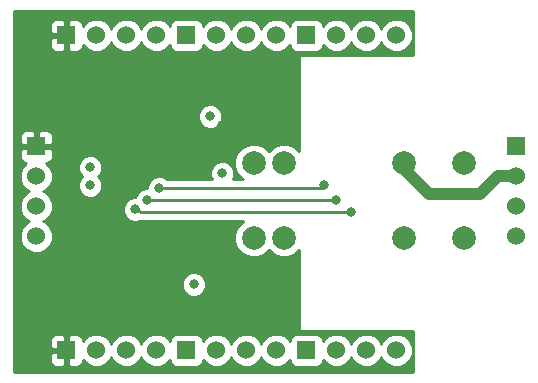
<source format=gbr>
G04 #@! TF.FileFunction,Copper,L2,Inr,Plane*
%FSLAX46Y46*%
G04 Gerber Fmt 4.6, Leading zero omitted, Abs format (unit mm)*
G04 Created by KiCad (PCBNEW (2015-01-16 BZR 5376)-product) date 25/06/2015 00:13:43*
%MOMM*%
G01*
G04 APERTURE LIST*
%ADD10C,0.150000*%
%ADD11R,1.524000X1.524000*%
%ADD12C,1.524000*%
%ADD13C,1.998980*%
%ADD14C,0.800100*%
%ADD15C,0.254000*%
%ADD16C,1.000760*%
G04 APERTURE END LIST*
D10*
D11*
X127000000Y-55118000D03*
D12*
X127000000Y-57658000D03*
X127000000Y-60198000D03*
X127000000Y-62738000D03*
D11*
X109220000Y-45720000D03*
D12*
X111760000Y-45720000D03*
X114300000Y-45720000D03*
X116840000Y-45720000D03*
D11*
X99060000Y-45720000D03*
D12*
X101600000Y-45720000D03*
X104140000Y-45720000D03*
X106680000Y-45720000D03*
D11*
X88900000Y-45720000D03*
D12*
X91440000Y-45720000D03*
X93980000Y-45720000D03*
X96520000Y-45720000D03*
D11*
X109220000Y-72390000D03*
D12*
X111760000Y-72390000D03*
X114300000Y-72390000D03*
X116840000Y-72390000D03*
D11*
X99060000Y-72390000D03*
D12*
X101600000Y-72390000D03*
X104140000Y-72390000D03*
X106680000Y-72390000D03*
D11*
X88900000Y-72390000D03*
D12*
X91440000Y-72390000D03*
X93980000Y-72390000D03*
X96520000Y-72390000D03*
D11*
X86360000Y-55118000D03*
D12*
X86360000Y-57658000D03*
X86360000Y-60198000D03*
X86360000Y-62738000D03*
D13*
X104775000Y-56515000D03*
X107315000Y-56515000D03*
X117475000Y-56515000D03*
X122555000Y-56515000D03*
X104775000Y-62865000D03*
X107315000Y-62865000D03*
X117475000Y-62865000D03*
X122555000Y-62865000D03*
D14*
X94742000Y-60452000D03*
X113030000Y-60706000D03*
X90932000Y-58420000D03*
X90932000Y-56896000D03*
X101092000Y-52578000D03*
X102108000Y-57404000D03*
X110744000Y-58420000D03*
X96774000Y-58674000D03*
X111760000Y-59690000D03*
X95758000Y-59690000D03*
X99695000Y-66802000D03*
X92075000Y-48260000D03*
X90551000Y-48260000D03*
X102108000Y-53340000D03*
X102108000Y-66040000D03*
X89535000Y-52959000D03*
D15*
X113030000Y-60706000D02*
X95250000Y-60706000D01*
X95250000Y-60706000D02*
X94742000Y-60452000D01*
X94742000Y-60452000D02*
X95250000Y-60706000D01*
D16*
X119634000Y-59182000D02*
X123952000Y-59182000D01*
X123952000Y-59182000D02*
X125476000Y-57658000D01*
X125476000Y-57658000D02*
X127000000Y-57658000D01*
X117475000Y-57023000D02*
X119634000Y-59182000D01*
X117475000Y-56515000D02*
X117475000Y-57023000D01*
D15*
X110744000Y-58420000D02*
X110490000Y-58674000D01*
X110490000Y-58674000D02*
X96774000Y-58674000D01*
X111760000Y-59690000D02*
X111252000Y-59690000D01*
X95758000Y-59690000D02*
X111252000Y-59690000D01*
X111252000Y-59690000D02*
X111506000Y-59690000D01*
G36*
X118237000Y-74246740D02*
X118234460Y-74246740D01*
X118234460Y-72666860D01*
X118234460Y-72113140D01*
X118021100Y-71600060D01*
X117629940Y-71208900D01*
X117116860Y-70995540D01*
X116563140Y-70995540D01*
X116050060Y-71208900D01*
X115658900Y-71600060D01*
X115570000Y-71813420D01*
X115481100Y-71600060D01*
X115089940Y-71208900D01*
X114576860Y-70995540D01*
X114023140Y-70995540D01*
X113510060Y-71208900D01*
X113118900Y-71600060D01*
X113030000Y-71813420D01*
X112941100Y-71600060D01*
X112549940Y-71208900D01*
X112036860Y-70995540D01*
X111483140Y-70995540D01*
X110970060Y-71208900D01*
X110614460Y-71564500D01*
X110614460Y-71503540D01*
X110517940Y-71269860D01*
X110340140Y-71092060D01*
X110109000Y-70995540D01*
X109857540Y-70995540D01*
X108333540Y-70995540D01*
X108099860Y-71092060D01*
X107922060Y-71269860D01*
X107825540Y-71501000D01*
X107825540Y-71564500D01*
X107469940Y-71208900D01*
X106956860Y-70995540D01*
X106403140Y-70995540D01*
X105890060Y-71208900D01*
X105498900Y-71600060D01*
X105410000Y-71813420D01*
X105321100Y-71600060D01*
X104929940Y-71208900D01*
X104416860Y-70995540D01*
X103863140Y-70995540D01*
X103350060Y-71208900D01*
X102958900Y-71600060D01*
X102870000Y-71813420D01*
X102781100Y-71600060D01*
X102389940Y-71208900D01*
X101876860Y-70995540D01*
X101323140Y-70995540D01*
X100810060Y-71208900D01*
X100726240Y-71292720D01*
X100726240Y-67007740D01*
X100726240Y-66598800D01*
X100568760Y-66220340D01*
X100281740Y-65928240D01*
X99900740Y-65770760D01*
X99491800Y-65770760D01*
X99113340Y-65928240D01*
X98821240Y-66215260D01*
X98663760Y-66596260D01*
X98663760Y-67005200D01*
X98821240Y-67383660D01*
X99108260Y-67675760D01*
X99489260Y-67833240D01*
X99898200Y-67833240D01*
X100276660Y-67675760D01*
X100568760Y-67388740D01*
X100726240Y-67007740D01*
X100726240Y-71292720D01*
X100454460Y-71564500D01*
X100454460Y-71503540D01*
X100357940Y-71269860D01*
X100180140Y-71092060D01*
X99949000Y-70995540D01*
X99697540Y-70995540D01*
X98173540Y-70995540D01*
X97939860Y-71092060D01*
X97762060Y-71269860D01*
X97665540Y-71501000D01*
X97665540Y-71564500D01*
X97309940Y-71208900D01*
X96796860Y-70995540D01*
X96243140Y-70995540D01*
X95730060Y-71208900D01*
X95338900Y-71600060D01*
X95250000Y-71813420D01*
X95161100Y-71600060D01*
X94769940Y-71208900D01*
X94256860Y-70995540D01*
X93703140Y-70995540D01*
X93190060Y-71208900D01*
X92798900Y-71600060D01*
X92710000Y-71813420D01*
X92621100Y-71600060D01*
X92229940Y-71208900D01*
X91963240Y-71097140D01*
X91963240Y-58625740D01*
X91963240Y-58216800D01*
X91805760Y-57838340D01*
X91627960Y-57655460D01*
X91805760Y-57482740D01*
X91963240Y-57101740D01*
X91963240Y-56692800D01*
X91805760Y-56314340D01*
X91518740Y-56022240D01*
X91137740Y-55864760D01*
X90728800Y-55864760D01*
X90350340Y-56022240D01*
X90058240Y-56309260D01*
X89900760Y-56690260D01*
X89900760Y-57099200D01*
X90058240Y-57477660D01*
X90233500Y-57658000D01*
X90058240Y-57833260D01*
X89900760Y-58214260D01*
X89900760Y-58623200D01*
X90058240Y-59001660D01*
X90345260Y-59293760D01*
X90726260Y-59451240D01*
X91135200Y-59451240D01*
X91513660Y-59293760D01*
X91805760Y-59006740D01*
X91963240Y-58625740D01*
X91963240Y-71097140D01*
X91716860Y-70995540D01*
X91163140Y-70995540D01*
X90650060Y-71208900D01*
X90294460Y-71564500D01*
X90294460Y-71501000D01*
X90197940Y-71269860D01*
X90020140Y-71092060D01*
X89786460Y-70995540D01*
X89184480Y-70993000D01*
X89027000Y-71150480D01*
X89027000Y-72136000D01*
X89027000Y-72263000D01*
X89027000Y-72517000D01*
X89027000Y-72644000D01*
X89027000Y-73629520D01*
X89184480Y-73787000D01*
X89786460Y-73784460D01*
X90020140Y-73687940D01*
X90197940Y-73510140D01*
X90294460Y-73279000D01*
X90294460Y-73215500D01*
X90650060Y-73571100D01*
X91163140Y-73784460D01*
X91716860Y-73784460D01*
X92229940Y-73571100D01*
X92621100Y-73179940D01*
X92710000Y-72964040D01*
X92798900Y-73179940D01*
X93190060Y-73571100D01*
X93703140Y-73784460D01*
X94256860Y-73784460D01*
X94769940Y-73571100D01*
X95161100Y-73179940D01*
X95250000Y-72964040D01*
X95338900Y-73179940D01*
X95730060Y-73571100D01*
X96243140Y-73784460D01*
X96796860Y-73784460D01*
X97309940Y-73571100D01*
X97665540Y-73215500D01*
X97665540Y-73276460D01*
X97762060Y-73510140D01*
X97939860Y-73687940D01*
X98171000Y-73784460D01*
X98422460Y-73784460D01*
X99946460Y-73784460D01*
X100180140Y-73687940D01*
X100357940Y-73510140D01*
X100454460Y-73279000D01*
X100454460Y-73215500D01*
X100810060Y-73571100D01*
X101323140Y-73784460D01*
X101876860Y-73784460D01*
X102389940Y-73571100D01*
X102781100Y-73179940D01*
X102870000Y-72964040D01*
X102958900Y-73179940D01*
X103350060Y-73571100D01*
X103863140Y-73784460D01*
X104416860Y-73784460D01*
X104929940Y-73571100D01*
X105321100Y-73179940D01*
X105410000Y-72964040D01*
X105498900Y-73179940D01*
X105890060Y-73571100D01*
X106403140Y-73784460D01*
X106956860Y-73784460D01*
X107469940Y-73571100D01*
X107825540Y-73215500D01*
X107825540Y-73276460D01*
X107922060Y-73510140D01*
X108099860Y-73687940D01*
X108331000Y-73784460D01*
X108582460Y-73784460D01*
X110106460Y-73784460D01*
X110340140Y-73687940D01*
X110517940Y-73510140D01*
X110614460Y-73279000D01*
X110614460Y-73215500D01*
X110970060Y-73571100D01*
X111483140Y-73784460D01*
X112036860Y-73784460D01*
X112549940Y-73571100D01*
X112941100Y-73179940D01*
X113030000Y-72964040D01*
X113118900Y-73179940D01*
X113510060Y-73571100D01*
X114023140Y-73784460D01*
X114576860Y-73784460D01*
X115089940Y-73571100D01*
X115481100Y-73179940D01*
X115570000Y-72964040D01*
X115658900Y-73179940D01*
X116050060Y-73571100D01*
X116563140Y-73784460D01*
X117116860Y-73784460D01*
X117629940Y-73571100D01*
X118021100Y-73179940D01*
X118234460Y-72666860D01*
X118234460Y-74246740D01*
X88773000Y-74246740D01*
X88773000Y-73629520D01*
X88773000Y-72517000D01*
X88773000Y-72263000D01*
X88773000Y-71150480D01*
X88773000Y-46959520D01*
X88773000Y-45847000D01*
X88773000Y-45593000D01*
X88773000Y-44480480D01*
X88615520Y-44323000D01*
X88013540Y-44325540D01*
X87779860Y-44422060D01*
X87602060Y-44599860D01*
X87505540Y-44831000D01*
X87505540Y-45082460D01*
X87503000Y-45435520D01*
X87660480Y-45593000D01*
X88773000Y-45593000D01*
X88773000Y-45847000D01*
X87660480Y-45847000D01*
X87503000Y-46004480D01*
X87505540Y-46357540D01*
X87505540Y-46609000D01*
X87602060Y-46840140D01*
X87779860Y-47017940D01*
X88013540Y-47114460D01*
X88615520Y-47117000D01*
X88773000Y-46959520D01*
X88773000Y-71150480D01*
X88615520Y-70993000D01*
X88013540Y-70995540D01*
X87779860Y-71092060D01*
X87757000Y-71114920D01*
X87757000Y-55402480D01*
X87757000Y-54833520D01*
X87754460Y-54231540D01*
X87657940Y-53997860D01*
X87480140Y-53820060D01*
X87249000Y-53723540D01*
X86997540Y-53723540D01*
X86644480Y-53721000D01*
X86487000Y-53878480D01*
X86487000Y-54991000D01*
X87599520Y-54991000D01*
X87757000Y-54833520D01*
X87757000Y-55402480D01*
X87599520Y-55245000D01*
X86614000Y-55245000D01*
X86487000Y-55245000D01*
X86233000Y-55245000D01*
X86233000Y-54991000D01*
X86233000Y-53878480D01*
X86075520Y-53721000D01*
X85722460Y-53723540D01*
X85471000Y-53723540D01*
X85239860Y-53820060D01*
X85062060Y-53997860D01*
X84965540Y-54231540D01*
X84963000Y-54833520D01*
X85120480Y-54991000D01*
X86233000Y-54991000D01*
X86233000Y-55245000D01*
X86106000Y-55245000D01*
X85120480Y-55245000D01*
X84963000Y-55402480D01*
X84965540Y-56004460D01*
X85062060Y-56238140D01*
X85239860Y-56415940D01*
X85471000Y-56512460D01*
X85534500Y-56512460D01*
X85178900Y-56868060D01*
X84965540Y-57381140D01*
X84965540Y-57934860D01*
X85178900Y-58447940D01*
X85570060Y-58839100D01*
X85783420Y-58928000D01*
X85570060Y-59016900D01*
X85178900Y-59408060D01*
X84965540Y-59921140D01*
X84965540Y-60474860D01*
X85178900Y-60987940D01*
X85570060Y-61379100D01*
X85783420Y-61468000D01*
X85570060Y-61556900D01*
X85178900Y-61948060D01*
X84965540Y-62461140D01*
X84965540Y-63014860D01*
X85178900Y-63527940D01*
X85570060Y-63919100D01*
X86083140Y-64132460D01*
X86636860Y-64132460D01*
X87149940Y-63919100D01*
X87541100Y-63527940D01*
X87754460Y-63014860D01*
X87754460Y-62461140D01*
X87541100Y-61948060D01*
X87149940Y-61556900D01*
X86934040Y-61468000D01*
X87149940Y-61379100D01*
X87541100Y-60987940D01*
X87754460Y-60474860D01*
X87754460Y-59921140D01*
X87541100Y-59408060D01*
X87149940Y-59016900D01*
X86934040Y-58928000D01*
X87149940Y-58839100D01*
X87541100Y-58447940D01*
X87754460Y-57934860D01*
X87754460Y-57381140D01*
X87541100Y-56868060D01*
X87185500Y-56512460D01*
X87249000Y-56512460D01*
X87480140Y-56415940D01*
X87657940Y-56238140D01*
X87754460Y-56004460D01*
X87757000Y-55402480D01*
X87757000Y-71114920D01*
X87602060Y-71269860D01*
X87505540Y-71501000D01*
X87505540Y-71752460D01*
X87503000Y-72105520D01*
X87660480Y-72263000D01*
X88773000Y-72263000D01*
X88773000Y-72517000D01*
X87660480Y-72517000D01*
X87503000Y-72674480D01*
X87505540Y-73027540D01*
X87505540Y-73279000D01*
X87602060Y-73510140D01*
X87779860Y-73687940D01*
X88013540Y-73784460D01*
X88615520Y-73787000D01*
X88773000Y-73629520D01*
X88773000Y-74246740D01*
X84503260Y-74246740D01*
X84503260Y-43609260D01*
X90932000Y-43609260D01*
X118237000Y-43609260D01*
X118237000Y-47371000D01*
X118234460Y-47371000D01*
X118234460Y-45996860D01*
X118234460Y-45443140D01*
X118021100Y-44930060D01*
X117629940Y-44538900D01*
X117116860Y-44325540D01*
X116563140Y-44325540D01*
X116050060Y-44538900D01*
X115658900Y-44930060D01*
X115570000Y-45143420D01*
X115481100Y-44930060D01*
X115089940Y-44538900D01*
X114576860Y-44325540D01*
X114023140Y-44325540D01*
X113510060Y-44538900D01*
X113118900Y-44930060D01*
X113030000Y-45143420D01*
X112941100Y-44930060D01*
X112549940Y-44538900D01*
X112036860Y-44325540D01*
X111483140Y-44325540D01*
X110970060Y-44538900D01*
X110614460Y-44894500D01*
X110614460Y-44833540D01*
X110517940Y-44599860D01*
X110340140Y-44422060D01*
X110109000Y-44325540D01*
X109857540Y-44325540D01*
X108333540Y-44325540D01*
X108099860Y-44422060D01*
X107922060Y-44599860D01*
X107825540Y-44831000D01*
X107825540Y-44894500D01*
X107469940Y-44538900D01*
X106956860Y-44325540D01*
X106403140Y-44325540D01*
X105890060Y-44538900D01*
X105498900Y-44930060D01*
X105410000Y-45143420D01*
X105321100Y-44930060D01*
X104929940Y-44538900D01*
X104416860Y-44325540D01*
X103863140Y-44325540D01*
X103350060Y-44538900D01*
X102958900Y-44930060D01*
X102870000Y-45143420D01*
X102781100Y-44930060D01*
X102389940Y-44538900D01*
X101876860Y-44325540D01*
X101323140Y-44325540D01*
X100810060Y-44538900D01*
X100454460Y-44894500D01*
X100454460Y-44833540D01*
X100357940Y-44599860D01*
X100180140Y-44422060D01*
X99949000Y-44325540D01*
X99697540Y-44325540D01*
X98173540Y-44325540D01*
X97939860Y-44422060D01*
X97762060Y-44599860D01*
X97665540Y-44831000D01*
X97665540Y-44894500D01*
X97309940Y-44538900D01*
X96796860Y-44325540D01*
X96243140Y-44325540D01*
X95730060Y-44538900D01*
X95338900Y-44930060D01*
X95250000Y-45143420D01*
X95161100Y-44930060D01*
X94769940Y-44538900D01*
X94256860Y-44325540D01*
X93703140Y-44325540D01*
X93190060Y-44538900D01*
X92798900Y-44930060D01*
X92710000Y-45143420D01*
X92621100Y-44930060D01*
X92229940Y-44538900D01*
X91716860Y-44325540D01*
X91163140Y-44325540D01*
X90650060Y-44538900D01*
X90294460Y-44894500D01*
X90294460Y-44831000D01*
X90197940Y-44599860D01*
X90020140Y-44422060D01*
X89786460Y-44325540D01*
X89184480Y-44323000D01*
X89027000Y-44480480D01*
X89027000Y-45466000D01*
X89027000Y-45593000D01*
X89027000Y-45847000D01*
X89027000Y-45974000D01*
X89027000Y-46959520D01*
X89184480Y-47117000D01*
X89786460Y-47114460D01*
X90020140Y-47017940D01*
X90197940Y-46840140D01*
X90294460Y-46609000D01*
X90294460Y-46545500D01*
X90650060Y-46901100D01*
X91163140Y-47114460D01*
X91716860Y-47114460D01*
X92229940Y-46901100D01*
X92621100Y-46509940D01*
X92710000Y-46294040D01*
X92798900Y-46509940D01*
X93190060Y-46901100D01*
X93703140Y-47114460D01*
X94256860Y-47114460D01*
X94769940Y-46901100D01*
X95161100Y-46509940D01*
X95250000Y-46294040D01*
X95338900Y-46509940D01*
X95730060Y-46901100D01*
X96243140Y-47114460D01*
X96796860Y-47114460D01*
X97309940Y-46901100D01*
X97665540Y-46545500D01*
X97665540Y-46606460D01*
X97762060Y-46840140D01*
X97939860Y-47017940D01*
X98171000Y-47114460D01*
X98422460Y-47114460D01*
X99946460Y-47114460D01*
X100180140Y-47017940D01*
X100357940Y-46840140D01*
X100454460Y-46609000D01*
X100454460Y-46545500D01*
X100810060Y-46901100D01*
X101323140Y-47114460D01*
X101876860Y-47114460D01*
X102389940Y-46901100D01*
X102781100Y-46509940D01*
X102870000Y-46294040D01*
X102958900Y-46509940D01*
X103350060Y-46901100D01*
X103863140Y-47114460D01*
X104416860Y-47114460D01*
X104929940Y-46901100D01*
X105321100Y-46509940D01*
X105410000Y-46294040D01*
X105498900Y-46509940D01*
X105890060Y-46901100D01*
X106403140Y-47114460D01*
X106956860Y-47114460D01*
X107469940Y-46901100D01*
X107825540Y-46545500D01*
X107825540Y-46606460D01*
X107922060Y-46840140D01*
X108099860Y-47017940D01*
X108331000Y-47114460D01*
X108582460Y-47114460D01*
X110106460Y-47114460D01*
X110340140Y-47017940D01*
X110517940Y-46840140D01*
X110614460Y-46609000D01*
X110614460Y-46545500D01*
X110970060Y-46901100D01*
X111483140Y-47114460D01*
X112036860Y-47114460D01*
X112549940Y-46901100D01*
X112941100Y-46509940D01*
X113030000Y-46294040D01*
X113118900Y-46509940D01*
X113510060Y-46901100D01*
X114023140Y-47114460D01*
X114576860Y-47114460D01*
X115089940Y-46901100D01*
X115481100Y-46509940D01*
X115570000Y-46294040D01*
X115658900Y-46509940D01*
X116050060Y-46901100D01*
X116563140Y-47114460D01*
X117116860Y-47114460D01*
X117629940Y-46901100D01*
X118021100Y-46509940D01*
X118234460Y-45996860D01*
X118234460Y-47371000D01*
X108585000Y-47371000D01*
X108585000Y-55476140D01*
X108242100Y-55133240D01*
X107642660Y-54881780D01*
X106992420Y-54881780D01*
X106392980Y-55130700D01*
X106042460Y-55476140D01*
X105702100Y-55133240D01*
X105102660Y-54881780D01*
X104452420Y-54881780D01*
X103852980Y-55130700D01*
X103393240Y-55587900D01*
X103141780Y-56187340D01*
X103141780Y-56837580D01*
X103390700Y-57437020D01*
X103847900Y-57896760D01*
X103883460Y-57912000D01*
X103012240Y-57912000D01*
X103139240Y-57609740D01*
X103139240Y-57200800D01*
X102981760Y-56822340D01*
X102694740Y-56530240D01*
X102313740Y-56372760D01*
X102123240Y-56372760D01*
X102123240Y-52783740D01*
X102123240Y-52374800D01*
X101965760Y-51996340D01*
X101678740Y-51704240D01*
X101297740Y-51546760D01*
X100888800Y-51546760D01*
X100510340Y-51704240D01*
X100218240Y-51991260D01*
X100060760Y-52372260D01*
X100060760Y-52781200D01*
X100218240Y-53159660D01*
X100505260Y-53451760D01*
X100886260Y-53609240D01*
X101295200Y-53609240D01*
X101673660Y-53451760D01*
X101965760Y-53164740D01*
X102123240Y-52783740D01*
X102123240Y-56372760D01*
X101904800Y-56372760D01*
X101526340Y-56530240D01*
X101234240Y-56817260D01*
X101076760Y-57198260D01*
X101076760Y-57607200D01*
X101201220Y-57912000D01*
X97469960Y-57912000D01*
X97360740Y-57800240D01*
X96979740Y-57642760D01*
X96570800Y-57642760D01*
X96192340Y-57800240D01*
X95900240Y-58087260D01*
X95742760Y-58468260D01*
X95742760Y-58658760D01*
X95554800Y-58658760D01*
X95176340Y-58816240D01*
X94884240Y-59103260D01*
X94752160Y-59420760D01*
X94538800Y-59420760D01*
X94160340Y-59578240D01*
X93868240Y-59865260D01*
X93710760Y-60246260D01*
X93710760Y-60655200D01*
X93868240Y-61033660D01*
X94155260Y-61325760D01*
X94536260Y-61483240D01*
X94945200Y-61483240D01*
X95067120Y-61429900D01*
X95069660Y-61429900D01*
X95077280Y-61432440D01*
X95194120Y-61465460D01*
X95219520Y-61460380D01*
X95250000Y-61468000D01*
X103883460Y-61468000D01*
X103852980Y-61480700D01*
X103393240Y-61937900D01*
X103141780Y-62537340D01*
X103141780Y-63187580D01*
X103390700Y-63787020D01*
X103847900Y-64246760D01*
X104447340Y-64498220D01*
X105097580Y-64498220D01*
X105697020Y-64249300D01*
X106045000Y-63901320D01*
X106387900Y-64246760D01*
X106987340Y-64498220D01*
X107637580Y-64498220D01*
X108237020Y-64249300D01*
X108585000Y-63901320D01*
X108585000Y-70739000D01*
X118237000Y-70739000D01*
X118237000Y-74246740D01*
X118237000Y-74246740D01*
G37*
X118237000Y-74246740D02*
X118234460Y-74246740D01*
X118234460Y-72666860D01*
X118234460Y-72113140D01*
X118021100Y-71600060D01*
X117629940Y-71208900D01*
X117116860Y-70995540D01*
X116563140Y-70995540D01*
X116050060Y-71208900D01*
X115658900Y-71600060D01*
X115570000Y-71813420D01*
X115481100Y-71600060D01*
X115089940Y-71208900D01*
X114576860Y-70995540D01*
X114023140Y-70995540D01*
X113510060Y-71208900D01*
X113118900Y-71600060D01*
X113030000Y-71813420D01*
X112941100Y-71600060D01*
X112549940Y-71208900D01*
X112036860Y-70995540D01*
X111483140Y-70995540D01*
X110970060Y-71208900D01*
X110614460Y-71564500D01*
X110614460Y-71503540D01*
X110517940Y-71269860D01*
X110340140Y-71092060D01*
X110109000Y-70995540D01*
X109857540Y-70995540D01*
X108333540Y-70995540D01*
X108099860Y-71092060D01*
X107922060Y-71269860D01*
X107825540Y-71501000D01*
X107825540Y-71564500D01*
X107469940Y-71208900D01*
X106956860Y-70995540D01*
X106403140Y-70995540D01*
X105890060Y-71208900D01*
X105498900Y-71600060D01*
X105410000Y-71813420D01*
X105321100Y-71600060D01*
X104929940Y-71208900D01*
X104416860Y-70995540D01*
X103863140Y-70995540D01*
X103350060Y-71208900D01*
X102958900Y-71600060D01*
X102870000Y-71813420D01*
X102781100Y-71600060D01*
X102389940Y-71208900D01*
X101876860Y-70995540D01*
X101323140Y-70995540D01*
X100810060Y-71208900D01*
X100726240Y-71292720D01*
X100726240Y-67007740D01*
X100726240Y-66598800D01*
X100568760Y-66220340D01*
X100281740Y-65928240D01*
X99900740Y-65770760D01*
X99491800Y-65770760D01*
X99113340Y-65928240D01*
X98821240Y-66215260D01*
X98663760Y-66596260D01*
X98663760Y-67005200D01*
X98821240Y-67383660D01*
X99108260Y-67675760D01*
X99489260Y-67833240D01*
X99898200Y-67833240D01*
X100276660Y-67675760D01*
X100568760Y-67388740D01*
X100726240Y-67007740D01*
X100726240Y-71292720D01*
X100454460Y-71564500D01*
X100454460Y-71503540D01*
X100357940Y-71269860D01*
X100180140Y-71092060D01*
X99949000Y-70995540D01*
X99697540Y-70995540D01*
X98173540Y-70995540D01*
X97939860Y-71092060D01*
X97762060Y-71269860D01*
X97665540Y-71501000D01*
X97665540Y-71564500D01*
X97309940Y-71208900D01*
X96796860Y-70995540D01*
X96243140Y-70995540D01*
X95730060Y-71208900D01*
X95338900Y-71600060D01*
X95250000Y-71813420D01*
X95161100Y-71600060D01*
X94769940Y-71208900D01*
X94256860Y-70995540D01*
X93703140Y-70995540D01*
X93190060Y-71208900D01*
X92798900Y-71600060D01*
X92710000Y-71813420D01*
X92621100Y-71600060D01*
X92229940Y-71208900D01*
X91963240Y-71097140D01*
X91963240Y-58625740D01*
X91963240Y-58216800D01*
X91805760Y-57838340D01*
X91627960Y-57655460D01*
X91805760Y-57482740D01*
X91963240Y-57101740D01*
X91963240Y-56692800D01*
X91805760Y-56314340D01*
X91518740Y-56022240D01*
X91137740Y-55864760D01*
X90728800Y-55864760D01*
X90350340Y-56022240D01*
X90058240Y-56309260D01*
X89900760Y-56690260D01*
X89900760Y-57099200D01*
X90058240Y-57477660D01*
X90233500Y-57658000D01*
X90058240Y-57833260D01*
X89900760Y-58214260D01*
X89900760Y-58623200D01*
X90058240Y-59001660D01*
X90345260Y-59293760D01*
X90726260Y-59451240D01*
X91135200Y-59451240D01*
X91513660Y-59293760D01*
X91805760Y-59006740D01*
X91963240Y-58625740D01*
X91963240Y-71097140D01*
X91716860Y-70995540D01*
X91163140Y-70995540D01*
X90650060Y-71208900D01*
X90294460Y-71564500D01*
X90294460Y-71501000D01*
X90197940Y-71269860D01*
X90020140Y-71092060D01*
X89786460Y-70995540D01*
X89184480Y-70993000D01*
X89027000Y-71150480D01*
X89027000Y-72136000D01*
X89027000Y-72263000D01*
X89027000Y-72517000D01*
X89027000Y-72644000D01*
X89027000Y-73629520D01*
X89184480Y-73787000D01*
X89786460Y-73784460D01*
X90020140Y-73687940D01*
X90197940Y-73510140D01*
X90294460Y-73279000D01*
X90294460Y-73215500D01*
X90650060Y-73571100D01*
X91163140Y-73784460D01*
X91716860Y-73784460D01*
X92229940Y-73571100D01*
X92621100Y-73179940D01*
X92710000Y-72964040D01*
X92798900Y-73179940D01*
X93190060Y-73571100D01*
X93703140Y-73784460D01*
X94256860Y-73784460D01*
X94769940Y-73571100D01*
X95161100Y-73179940D01*
X95250000Y-72964040D01*
X95338900Y-73179940D01*
X95730060Y-73571100D01*
X96243140Y-73784460D01*
X96796860Y-73784460D01*
X97309940Y-73571100D01*
X97665540Y-73215500D01*
X97665540Y-73276460D01*
X97762060Y-73510140D01*
X97939860Y-73687940D01*
X98171000Y-73784460D01*
X98422460Y-73784460D01*
X99946460Y-73784460D01*
X100180140Y-73687940D01*
X100357940Y-73510140D01*
X100454460Y-73279000D01*
X100454460Y-73215500D01*
X100810060Y-73571100D01*
X101323140Y-73784460D01*
X101876860Y-73784460D01*
X102389940Y-73571100D01*
X102781100Y-73179940D01*
X102870000Y-72964040D01*
X102958900Y-73179940D01*
X103350060Y-73571100D01*
X103863140Y-73784460D01*
X104416860Y-73784460D01*
X104929940Y-73571100D01*
X105321100Y-73179940D01*
X105410000Y-72964040D01*
X105498900Y-73179940D01*
X105890060Y-73571100D01*
X106403140Y-73784460D01*
X106956860Y-73784460D01*
X107469940Y-73571100D01*
X107825540Y-73215500D01*
X107825540Y-73276460D01*
X107922060Y-73510140D01*
X108099860Y-73687940D01*
X108331000Y-73784460D01*
X108582460Y-73784460D01*
X110106460Y-73784460D01*
X110340140Y-73687940D01*
X110517940Y-73510140D01*
X110614460Y-73279000D01*
X110614460Y-73215500D01*
X110970060Y-73571100D01*
X111483140Y-73784460D01*
X112036860Y-73784460D01*
X112549940Y-73571100D01*
X112941100Y-73179940D01*
X113030000Y-72964040D01*
X113118900Y-73179940D01*
X113510060Y-73571100D01*
X114023140Y-73784460D01*
X114576860Y-73784460D01*
X115089940Y-73571100D01*
X115481100Y-73179940D01*
X115570000Y-72964040D01*
X115658900Y-73179940D01*
X116050060Y-73571100D01*
X116563140Y-73784460D01*
X117116860Y-73784460D01*
X117629940Y-73571100D01*
X118021100Y-73179940D01*
X118234460Y-72666860D01*
X118234460Y-74246740D01*
X88773000Y-74246740D01*
X88773000Y-73629520D01*
X88773000Y-72517000D01*
X88773000Y-72263000D01*
X88773000Y-71150480D01*
X88773000Y-46959520D01*
X88773000Y-45847000D01*
X88773000Y-45593000D01*
X88773000Y-44480480D01*
X88615520Y-44323000D01*
X88013540Y-44325540D01*
X87779860Y-44422060D01*
X87602060Y-44599860D01*
X87505540Y-44831000D01*
X87505540Y-45082460D01*
X87503000Y-45435520D01*
X87660480Y-45593000D01*
X88773000Y-45593000D01*
X88773000Y-45847000D01*
X87660480Y-45847000D01*
X87503000Y-46004480D01*
X87505540Y-46357540D01*
X87505540Y-46609000D01*
X87602060Y-46840140D01*
X87779860Y-47017940D01*
X88013540Y-47114460D01*
X88615520Y-47117000D01*
X88773000Y-46959520D01*
X88773000Y-71150480D01*
X88615520Y-70993000D01*
X88013540Y-70995540D01*
X87779860Y-71092060D01*
X87757000Y-71114920D01*
X87757000Y-55402480D01*
X87757000Y-54833520D01*
X87754460Y-54231540D01*
X87657940Y-53997860D01*
X87480140Y-53820060D01*
X87249000Y-53723540D01*
X86997540Y-53723540D01*
X86644480Y-53721000D01*
X86487000Y-53878480D01*
X86487000Y-54991000D01*
X87599520Y-54991000D01*
X87757000Y-54833520D01*
X87757000Y-55402480D01*
X87599520Y-55245000D01*
X86614000Y-55245000D01*
X86487000Y-55245000D01*
X86233000Y-55245000D01*
X86233000Y-54991000D01*
X86233000Y-53878480D01*
X86075520Y-53721000D01*
X85722460Y-53723540D01*
X85471000Y-53723540D01*
X85239860Y-53820060D01*
X85062060Y-53997860D01*
X84965540Y-54231540D01*
X84963000Y-54833520D01*
X85120480Y-54991000D01*
X86233000Y-54991000D01*
X86233000Y-55245000D01*
X86106000Y-55245000D01*
X85120480Y-55245000D01*
X84963000Y-55402480D01*
X84965540Y-56004460D01*
X85062060Y-56238140D01*
X85239860Y-56415940D01*
X85471000Y-56512460D01*
X85534500Y-56512460D01*
X85178900Y-56868060D01*
X84965540Y-57381140D01*
X84965540Y-57934860D01*
X85178900Y-58447940D01*
X85570060Y-58839100D01*
X85783420Y-58928000D01*
X85570060Y-59016900D01*
X85178900Y-59408060D01*
X84965540Y-59921140D01*
X84965540Y-60474860D01*
X85178900Y-60987940D01*
X85570060Y-61379100D01*
X85783420Y-61468000D01*
X85570060Y-61556900D01*
X85178900Y-61948060D01*
X84965540Y-62461140D01*
X84965540Y-63014860D01*
X85178900Y-63527940D01*
X85570060Y-63919100D01*
X86083140Y-64132460D01*
X86636860Y-64132460D01*
X87149940Y-63919100D01*
X87541100Y-63527940D01*
X87754460Y-63014860D01*
X87754460Y-62461140D01*
X87541100Y-61948060D01*
X87149940Y-61556900D01*
X86934040Y-61468000D01*
X87149940Y-61379100D01*
X87541100Y-60987940D01*
X87754460Y-60474860D01*
X87754460Y-59921140D01*
X87541100Y-59408060D01*
X87149940Y-59016900D01*
X86934040Y-58928000D01*
X87149940Y-58839100D01*
X87541100Y-58447940D01*
X87754460Y-57934860D01*
X87754460Y-57381140D01*
X87541100Y-56868060D01*
X87185500Y-56512460D01*
X87249000Y-56512460D01*
X87480140Y-56415940D01*
X87657940Y-56238140D01*
X87754460Y-56004460D01*
X87757000Y-55402480D01*
X87757000Y-71114920D01*
X87602060Y-71269860D01*
X87505540Y-71501000D01*
X87505540Y-71752460D01*
X87503000Y-72105520D01*
X87660480Y-72263000D01*
X88773000Y-72263000D01*
X88773000Y-72517000D01*
X87660480Y-72517000D01*
X87503000Y-72674480D01*
X87505540Y-73027540D01*
X87505540Y-73279000D01*
X87602060Y-73510140D01*
X87779860Y-73687940D01*
X88013540Y-73784460D01*
X88615520Y-73787000D01*
X88773000Y-73629520D01*
X88773000Y-74246740D01*
X84503260Y-74246740D01*
X84503260Y-43609260D01*
X90932000Y-43609260D01*
X118237000Y-43609260D01*
X118237000Y-47371000D01*
X118234460Y-47371000D01*
X118234460Y-45996860D01*
X118234460Y-45443140D01*
X118021100Y-44930060D01*
X117629940Y-44538900D01*
X117116860Y-44325540D01*
X116563140Y-44325540D01*
X116050060Y-44538900D01*
X115658900Y-44930060D01*
X115570000Y-45143420D01*
X115481100Y-44930060D01*
X115089940Y-44538900D01*
X114576860Y-44325540D01*
X114023140Y-44325540D01*
X113510060Y-44538900D01*
X113118900Y-44930060D01*
X113030000Y-45143420D01*
X112941100Y-44930060D01*
X112549940Y-44538900D01*
X112036860Y-44325540D01*
X111483140Y-44325540D01*
X110970060Y-44538900D01*
X110614460Y-44894500D01*
X110614460Y-44833540D01*
X110517940Y-44599860D01*
X110340140Y-44422060D01*
X110109000Y-44325540D01*
X109857540Y-44325540D01*
X108333540Y-44325540D01*
X108099860Y-44422060D01*
X107922060Y-44599860D01*
X107825540Y-44831000D01*
X107825540Y-44894500D01*
X107469940Y-44538900D01*
X106956860Y-44325540D01*
X106403140Y-44325540D01*
X105890060Y-44538900D01*
X105498900Y-44930060D01*
X105410000Y-45143420D01*
X105321100Y-44930060D01*
X104929940Y-44538900D01*
X104416860Y-44325540D01*
X103863140Y-44325540D01*
X103350060Y-44538900D01*
X102958900Y-44930060D01*
X102870000Y-45143420D01*
X102781100Y-44930060D01*
X102389940Y-44538900D01*
X101876860Y-44325540D01*
X101323140Y-44325540D01*
X100810060Y-44538900D01*
X100454460Y-44894500D01*
X100454460Y-44833540D01*
X100357940Y-44599860D01*
X100180140Y-44422060D01*
X99949000Y-44325540D01*
X99697540Y-44325540D01*
X98173540Y-44325540D01*
X97939860Y-44422060D01*
X97762060Y-44599860D01*
X97665540Y-44831000D01*
X97665540Y-44894500D01*
X97309940Y-44538900D01*
X96796860Y-44325540D01*
X96243140Y-44325540D01*
X95730060Y-44538900D01*
X95338900Y-44930060D01*
X95250000Y-45143420D01*
X95161100Y-44930060D01*
X94769940Y-44538900D01*
X94256860Y-44325540D01*
X93703140Y-44325540D01*
X93190060Y-44538900D01*
X92798900Y-44930060D01*
X92710000Y-45143420D01*
X92621100Y-44930060D01*
X92229940Y-44538900D01*
X91716860Y-44325540D01*
X91163140Y-44325540D01*
X90650060Y-44538900D01*
X90294460Y-44894500D01*
X90294460Y-44831000D01*
X90197940Y-44599860D01*
X90020140Y-44422060D01*
X89786460Y-44325540D01*
X89184480Y-44323000D01*
X89027000Y-44480480D01*
X89027000Y-45466000D01*
X89027000Y-45593000D01*
X89027000Y-45847000D01*
X89027000Y-45974000D01*
X89027000Y-46959520D01*
X89184480Y-47117000D01*
X89786460Y-47114460D01*
X90020140Y-47017940D01*
X90197940Y-46840140D01*
X90294460Y-46609000D01*
X90294460Y-46545500D01*
X90650060Y-46901100D01*
X91163140Y-47114460D01*
X91716860Y-47114460D01*
X92229940Y-46901100D01*
X92621100Y-46509940D01*
X92710000Y-46294040D01*
X92798900Y-46509940D01*
X93190060Y-46901100D01*
X93703140Y-47114460D01*
X94256860Y-47114460D01*
X94769940Y-46901100D01*
X95161100Y-46509940D01*
X95250000Y-46294040D01*
X95338900Y-46509940D01*
X95730060Y-46901100D01*
X96243140Y-47114460D01*
X96796860Y-47114460D01*
X97309940Y-46901100D01*
X97665540Y-46545500D01*
X97665540Y-46606460D01*
X97762060Y-46840140D01*
X97939860Y-47017940D01*
X98171000Y-47114460D01*
X98422460Y-47114460D01*
X99946460Y-47114460D01*
X100180140Y-47017940D01*
X100357940Y-46840140D01*
X100454460Y-46609000D01*
X100454460Y-46545500D01*
X100810060Y-46901100D01*
X101323140Y-47114460D01*
X101876860Y-47114460D01*
X102389940Y-46901100D01*
X102781100Y-46509940D01*
X102870000Y-46294040D01*
X102958900Y-46509940D01*
X103350060Y-46901100D01*
X103863140Y-47114460D01*
X104416860Y-47114460D01*
X104929940Y-46901100D01*
X105321100Y-46509940D01*
X105410000Y-46294040D01*
X105498900Y-46509940D01*
X105890060Y-46901100D01*
X106403140Y-47114460D01*
X106956860Y-47114460D01*
X107469940Y-46901100D01*
X107825540Y-46545500D01*
X107825540Y-46606460D01*
X107922060Y-46840140D01*
X108099860Y-47017940D01*
X108331000Y-47114460D01*
X108582460Y-47114460D01*
X110106460Y-47114460D01*
X110340140Y-47017940D01*
X110517940Y-46840140D01*
X110614460Y-46609000D01*
X110614460Y-46545500D01*
X110970060Y-46901100D01*
X111483140Y-47114460D01*
X112036860Y-47114460D01*
X112549940Y-46901100D01*
X112941100Y-46509940D01*
X113030000Y-46294040D01*
X113118900Y-46509940D01*
X113510060Y-46901100D01*
X114023140Y-47114460D01*
X114576860Y-47114460D01*
X115089940Y-46901100D01*
X115481100Y-46509940D01*
X115570000Y-46294040D01*
X115658900Y-46509940D01*
X116050060Y-46901100D01*
X116563140Y-47114460D01*
X117116860Y-47114460D01*
X117629940Y-46901100D01*
X118021100Y-46509940D01*
X118234460Y-45996860D01*
X118234460Y-47371000D01*
X108585000Y-47371000D01*
X108585000Y-55476140D01*
X108242100Y-55133240D01*
X107642660Y-54881780D01*
X106992420Y-54881780D01*
X106392980Y-55130700D01*
X106042460Y-55476140D01*
X105702100Y-55133240D01*
X105102660Y-54881780D01*
X104452420Y-54881780D01*
X103852980Y-55130700D01*
X103393240Y-55587900D01*
X103141780Y-56187340D01*
X103141780Y-56837580D01*
X103390700Y-57437020D01*
X103847900Y-57896760D01*
X103883460Y-57912000D01*
X103012240Y-57912000D01*
X103139240Y-57609740D01*
X103139240Y-57200800D01*
X102981760Y-56822340D01*
X102694740Y-56530240D01*
X102313740Y-56372760D01*
X102123240Y-56372760D01*
X102123240Y-52783740D01*
X102123240Y-52374800D01*
X101965760Y-51996340D01*
X101678740Y-51704240D01*
X101297740Y-51546760D01*
X100888800Y-51546760D01*
X100510340Y-51704240D01*
X100218240Y-51991260D01*
X100060760Y-52372260D01*
X100060760Y-52781200D01*
X100218240Y-53159660D01*
X100505260Y-53451760D01*
X100886260Y-53609240D01*
X101295200Y-53609240D01*
X101673660Y-53451760D01*
X101965760Y-53164740D01*
X102123240Y-52783740D01*
X102123240Y-56372760D01*
X101904800Y-56372760D01*
X101526340Y-56530240D01*
X101234240Y-56817260D01*
X101076760Y-57198260D01*
X101076760Y-57607200D01*
X101201220Y-57912000D01*
X97469960Y-57912000D01*
X97360740Y-57800240D01*
X96979740Y-57642760D01*
X96570800Y-57642760D01*
X96192340Y-57800240D01*
X95900240Y-58087260D01*
X95742760Y-58468260D01*
X95742760Y-58658760D01*
X95554800Y-58658760D01*
X95176340Y-58816240D01*
X94884240Y-59103260D01*
X94752160Y-59420760D01*
X94538800Y-59420760D01*
X94160340Y-59578240D01*
X93868240Y-59865260D01*
X93710760Y-60246260D01*
X93710760Y-60655200D01*
X93868240Y-61033660D01*
X94155260Y-61325760D01*
X94536260Y-61483240D01*
X94945200Y-61483240D01*
X95067120Y-61429900D01*
X95069660Y-61429900D01*
X95077280Y-61432440D01*
X95194120Y-61465460D01*
X95219520Y-61460380D01*
X95250000Y-61468000D01*
X103883460Y-61468000D01*
X103852980Y-61480700D01*
X103393240Y-61937900D01*
X103141780Y-62537340D01*
X103141780Y-63187580D01*
X103390700Y-63787020D01*
X103847900Y-64246760D01*
X104447340Y-64498220D01*
X105097580Y-64498220D01*
X105697020Y-64249300D01*
X106045000Y-63901320D01*
X106387900Y-64246760D01*
X106987340Y-64498220D01*
X107637580Y-64498220D01*
X108237020Y-64249300D01*
X108585000Y-63901320D01*
X108585000Y-70739000D01*
X118237000Y-70739000D01*
X118237000Y-74246740D01*
M02*

</source>
